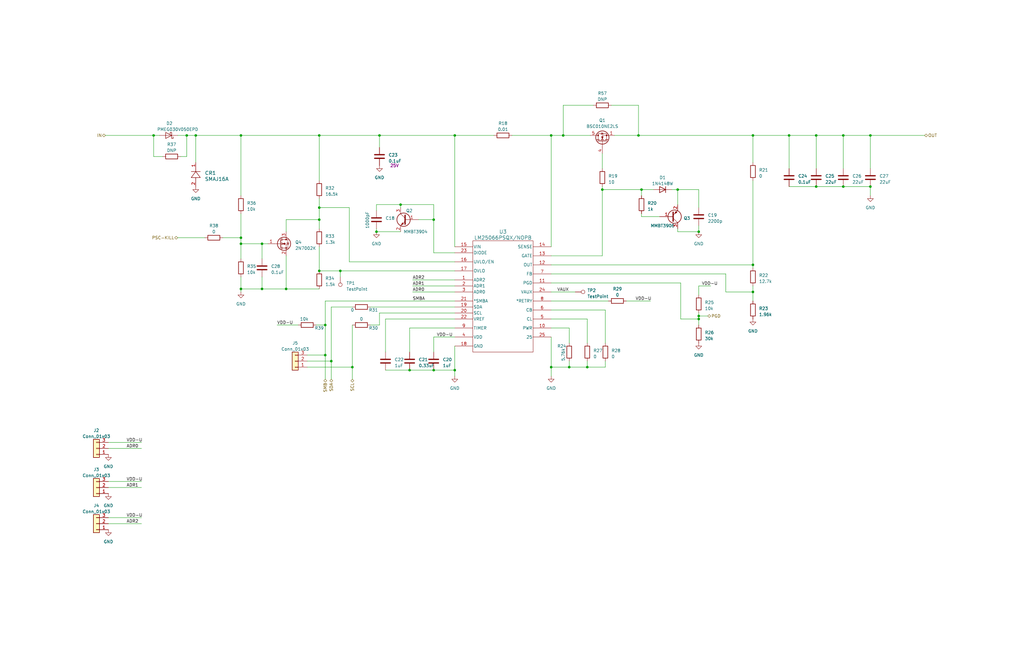
<source format=kicad_sch>
(kicad_sch (version 20231120) (generator "eeschema") (generator_version "8.0")
  (paper "B")
  (title_block (title "RP-PSC-FIXTURE") (date "2024-05-28") (rev "0") (company "TB4L") (comment 1 "hoangp@") (comment 2 "Confidential"))
  (lib_symbols
    (symbol "Connector:TestPoint" (pin_numbers hide) (pin_names (offset 0.762) hide)
      (property "Reference" "TP" (at 0 6.858 0))
      (property "Value" "TestPoint" (at 0 5.08 0))
      (symbol "TestPoint_0_1"
        (circle (center 0 3.302) (radius 0.762))
      )
      (symbol "TestPoint_1_1"
        (pin passive line (at 0 0 90) (length 2.54) (name "1") (number "1"))
      )
    )
    (symbol "Connector_Generic:Conn_01x03" (pin_names (offset 1.016) hide)
      (property "Reference" "J" (at 0 5.08 0))
      (property "Value" "Conn_01x03" (at 0 -5.08 0))
      (symbol "Conn_01x03_1_1"
        (rectangle (start -1.27 -2.413) (end 0 -2.667) (stroke (width 0.1524)))
        (rectangle (start -1.27 0.127) (end 0 -0.127) (stroke (width 0.1524)))
        (rectangle (start -1.27 2.667) (end 0 2.413) (stroke (width 0.1524)))
        (rectangle (start -1.27 3.81) (end 1.27 -3.81) (stroke (width 0.254)) (fill (type background)))
        (pin passive line (at -5.08 2.54 0) (length 3.81) (name "Pin_1") (number "1"))
        (pin passive line (at -5.08 0 0) (length 3.81) (name "Pin_2") (number "2"))
        (pin passive line (at -5.08 -2.54 0) (length 3.81) (name "Pin_3") (number "3"))
      )
    )
    (symbol "Device:C" (pin_numbers hide) (pin_names (offset 0.254))
      (property "Reference" "C" (at 0.635 2.54 0))
      (property "Value" "C" (at 0.635 -2.54 0))
      (symbol "C_0_1"
        (polyline (pts (xy -2.032 -0.762) (xy 2.032 -0.762)) (stroke (width 0.508)))
        (polyline (pts (xy -2.032 0.762) (xy 2.032 0.762)) (stroke (width 0.508)))
      )
      (symbol "C_1_1"
        (pin passive line (at 0 3.81 270) (length 2.794) (name "~") (number "1"))
        (pin passive line (at 0 -3.81 90) (length 2.794) (name "~") (number "2"))
      )
    )
    (symbol "Device:R" (pin_numbers hide) (pin_names (offset 0))
      (property "Reference" "R" (at 2.032 0 90))
      (property "Value" "R" (at 0 0 90))
      (symbol "R_0_1"
        (rectangle (start -1.016 -2.54) (end 1.016 2.54) (stroke (width 0.254)))
      )
      (symbol "R_1_1"
        (pin passive line (at 0 3.81 270) (length 1.27) (name "~") (number "1"))
        (pin passive line (at 0 -3.81 90) (length 1.27) (name "~") (number "2"))
      )
    )
    (symbol "Diode:1N4148W" (pin_numbers hide) (pin_names hide)
      (property "Reference" "D" (at 0 2.54 0))
      (property "Value" "1N4148W" (at 0 -2.54 0))
      (symbol "1N4148W_0_1"
        (polyline (pts (xy -1.27 1.27) (xy -1.27 -1.27)) (stroke (width 0.254)))
        (polyline (pts (xy 1.27 0) (xy -1.27 0)))
        (polyline (pts (xy 1.27 1.27) (xy 1.27 -1.27) (xy -1.27 0) (xy 1.27 1.27)) (stroke (width 0.254)))
      )
      (symbol "1N4148W_1_1"
        (pin passive line (at -3.81 0 0) (length 2.54) (name "K") (number "1"))
        (pin passive line (at 3.81 0 180) (length 2.54) (name "A") (number "2"))
      )
    )
    (symbol "Diode:PMEG030V050EPD" (pin_numbers hide) (pin_names hide)
      (property "Reference" "D" (at 0 2.54 0))
      (property "Value" "PMEG030V050EPD" (at 0 -2.54 0))
      (symbol "PMEG030V050EPD_0_1"
        (polyline (pts (xy 1.27 0) (xy -1.27 0)))
        (polyline (pts (xy 1.27 1.27) (xy 1.27 -1.27) (xy -1.27 0) (xy 1.27 1.27)) (stroke (width 0.2032)))
        (polyline (pts (xy -1.905 0.635) (xy -1.905 1.27) (xy -1.27 1.27) (xy -1.27 -1.27) (xy -0.635 -1.27) (xy -0.635 -0.635)) (stroke (width 0.2032)))
      )
      (symbol "PMEG030V050EPD_1_1"
        (pin passive line (at 3.81 0 180) (length 2.54) (name "A") (number "1"))
        (pin passive line (at 3.81 0 180) (length 2.54) hide (name "A") (number "2"))
        (pin passive line (at -3.81 0 0) (length 2.54) (name "K") (number "3"))
      )
    )
    (symbol "Transistor_BJT:MMBT3904" (pin_names (offset 0) hide)
      (property "Reference" "Q" (at 5.08 1.905 0))
      (property "Value" "MMBT3904" (at 5.08 0 0))
      (symbol "MMBT3904_0_1"
        (polyline (pts (xy 0.635 0.635) (xy 2.54 2.54)))
        (polyline (pts (xy 0.635 -0.635) (xy 2.54 -2.54) (xy 2.54 -2.54)))
        (polyline (pts (xy 0.635 1.905) (xy 0.635 -1.905) (xy 0.635 -1.905)) (stroke (width 0.508)))
        (polyline (pts (xy 1.27 -1.778) (xy 1.778 -1.27) (xy 2.286 -2.286) (xy 1.27 -1.778) (xy 1.27 -1.778)) (fill (type outline)))
        (circle (center 1.27 0) (radius 2.8194) (stroke (width 0.254)))
      )
      (symbol "MMBT3904_1_1"
        (pin input line (at -5.08 0 0) (length 5.715) (name "B") (number "1"))
        (pin passive line (at 2.54 -5.08 90) (length 2.54) (name "E") (number "2"))
        (pin passive line (at 2.54 5.08 270) (length 2.54) (name "C") (number "3"))
      )
    )
    (symbol "Transistor_BJT:MMBT3906" (pin_names (offset 0) hide)
      (property "Reference" "Q" (at 5.08 1.905 0))
      (property "Value" "MMBT3906" (at 5.08 0 0))
      (symbol "MMBT3906_0_1"
        (polyline (pts (xy 0.635 0.635) (xy 2.54 2.54)))
        (polyline (pts (xy 0.635 -0.635) (xy 2.54 -2.54) (xy 2.54 -2.54)))
        (polyline (pts (xy 0.635 1.905) (xy 0.635 -1.905) (xy 0.635 -1.905)) (stroke (width 0.508)))
        (polyline (pts (xy 2.286 -1.778) (xy 1.778 -2.286) (xy 1.27 -1.27) (xy 2.286 -1.778) (xy 2.286 -1.778)) (fill (type outline)))
        (circle (center 1.27 0) (radius 2.8194) (stroke (width 0.254)))
      )
      (symbol "MMBT3906_1_1"
        (pin input line (at -5.08 0 0) (length 5.715) (name "B") (number "1"))
        (pin passive line (at 2.54 -5.08 90) (length 2.54) (name "E") (number "2"))
        (pin passive line (at 2.54 5.08 270) (length 2.54) (name "C") (number "3"))
      )
    )
    (symbol "Transistor_FET:2N7002K" (pin_names hide)
      (property "Reference" "Q" (at 5.08 1.905 0))
      (property "Value" "2N7002K" (at 5.08 0 0))
      (symbol "2N7002K_0_1"
        (polyline (pts (xy 0.254 0) (xy -2.54 0)))
        (polyline (pts (xy 0.254 1.905) (xy 0.254 -1.905)) (stroke (width 0.254)))
        (polyline (pts (xy 0.762 -1.27) (xy 0.762 -2.286)) (stroke (width 0.254)))
        (polyline (pts (xy 0.762 0.508) (xy 0.762 -0.508)) (stroke (width 0.254)))
        (polyline (pts (xy 0.762 2.286) (xy 0.762 1.27)) (stroke (width 0.254)))
        (polyline (pts (xy 2.54 2.54) (xy 2.54 1.778)))
        (polyline (pts (xy 2.54 -2.54) (xy 2.54 0) (xy 0.762 0)))
        (polyline (pts (xy 0.762 -1.778) (xy 3.302 -1.778) (xy 3.302 1.778) (xy 0.762 1.778)))
        (polyline (pts (xy 1.016 0) (xy 2.032 0.381) (xy 2.032 -0.381) (xy 1.016 0)) (fill (type outline)))
        (polyline (pts (xy 2.794 0.508) (xy 2.921 0.381) (xy 3.683 0.381) (xy 3.81 0.254)))
        (polyline (pts (xy 3.302 0.381) (xy 2.921 -0.254) (xy 3.683 -0.254) (xy 3.302 0.381)))
        (circle (center 1.651 0) (radius 2.794) (stroke (width 0.254)))
        (circle (center 2.54 -1.778) (radius 0.254) (fill (type outline)))
        (circle (center 2.54 1.778) (radius 0.254) (fill (type outline)))
      )
      (symbol "2N7002K_1_1"
        (pin input line (at -5.08 0 0) (length 2.54) (name "G") (number "1"))
        (pin passive line (at 2.54 -5.08 90) (length 2.54) (name "S") (number "2"))
        (pin passive line (at 2.54 5.08 270) (length 2.54) (name "D") (number "3"))
      )
    )
    (symbol "Transistor_FET:BSC028N06LS3" (pin_names hide)
      (property "Reference" "Q" (at 5.08 1.905 0))
      (property "Value" "BSC028N06LS3" (at 5.08 0 0))
      (symbol "BSC028N06LS3_0_1"
        (polyline (pts (xy 0.254 0) (xy -2.54 0)))
        (polyline (pts (xy 0.254 1.905) (xy 0.254 -1.905)) (stroke (width 0.254)))
        (polyline (pts (xy 0.762 -1.27) (xy 0.762 -2.286)) (stroke (width 0.254)))
        (polyline (pts (xy 0.762 0.508) (xy 0.762 -0.508)) (stroke (width 0.254)))
        (polyline (pts (xy 0.762 2.286) (xy 0.762 1.27)) (stroke (width 0.254)))
        (polyline (pts (xy 2.54 2.54) (xy 2.54 1.778)))
        (polyline (pts (xy 2.54 -2.54) (xy 2.54 0) (xy 0.762 0)))
        (polyline (pts (xy 0.762 -1.778) (xy 3.302 -1.778) (xy 3.302 1.778) (xy 0.762 1.778)))
        (polyline (pts (xy 1.016 0) (xy 2.032 0.381) (xy 2.032 -0.381) (xy 1.016 0)) (fill (type outline)))
        (polyline (pts (xy 2.794 0.508) (xy 2.921 0.381) (xy 3.683 0.381) (xy 3.81 0.254)))
        (polyline (pts (xy 3.302 0.381) (xy 2.921 -0.254) (xy 3.683 -0.254) (xy 3.302 0.381)))
        (circle (center 1.651 0) (radius 2.794) (stroke (width 0.254)))
        (circle (center 2.54 -1.778) (radius 0.254) (fill (type outline)))
        (circle (center 2.54 1.778) (radius 0.254) (fill (type outline)))
      )
      (symbol "BSC028N06LS3_1_1"
        (pin passive line (at 2.54 -5.08 90) (length 2.54) (name "S") (number "1"))
        (pin passive line (at 2.54 -5.08 90) (length 2.54) hide (name "S") (number "2"))
        (pin passive line (at 2.54 -5.08 90) (length 2.54) hide (name "S") (number "3"))
        (pin passive line (at -5.08 0 0) (length 2.54) (name "G") (number "4"))
        (pin passive line (at 2.54 5.08 270) (length 2.54) (name "D") (number "5"))
      )
    )
    (symbol "power:GND" (power) (pin_names (offset 0))
      (property "Value" "GND" (at 0 -3.81 0))
      (symbol "GND_0_1"
        (polyline (pts (xy 0 0) (xy 0 -1.27) (xy 1.27 -1.27) (xy 0 -2.54) (xy -1.27 -1.27) (xy 0 -1.27)))
      )
      (symbol "GND_1_1"
        (pin power_in line (at 0 0 270) (length 0) hide (name "GND") (number "1"))
      )
    )
    (symbol "rp:LM25066PSQX_NOPB" (pin_names (offset 0.254))
      (property "Reference" "U" (at 19.05 7.62 0))
      (property "Value" "LM25066PSQX/NOPB" (at 19.05 -43.18 0))
      (symbol "LM25066PSQX_NOPB_0_1"
        (pin unspecified line (at 0 -10.16 0) (length 7.62) (name "ADR2") (number "1"))
        (pin power_in line (at 40.64 -30.48 180) (length 7.62) (name "PWR") (number "10"))
        (pin power_in line (at 40.64 -11.43 180) (length 7.62) (name "PGD") (number "11"))
        (pin output line (at 40.64 -3.81 180) (length 7.62) (name "OUT") (number "12"))
        (pin output line (at 40.64 0 180) (length 7.62) (name "GATE") (number "13"))
        (pin input line (at 40.64 3.81 180) (length 7.62) (name "SENSE") (number "14"))
        (pin input line (at 0 3.81 0) (length 7.62) (name "VIN") (number "15"))
        (pin unspecified line (at 0 -2.54 0) (length 7.62) (name "UVLO/EN") (number "16"))
        (pin unspecified line (at 0 -6.35 0) (length 7.62) (name "OVLO") (number "17"))
        (pin power_in line (at 0 -38.1 0) (length 7.62) (name "GND") (number "18"))
        (pin unspecified line (at 0 -21.59 0) (length 7.62) (name "SDA") (number "19"))
        (pin unspecified line (at 0 -12.7 0) (length 7.62) (name "ADR1") (number "2"))
        (pin unspecified line (at 0 -24.13 0) (length 7.62) (name "SCL") (number "20"))
        (pin unspecified line (at 0 -19.05 0) (length 7.62) (name "*SMBA") (number "21"))
        (pin power_in line (at 0 -26.67 0) (length 7.62) (name "VREF") (number "22"))
        (pin unspecified line (at 0 1.27 0) (length 7.62) (name "DIODE") (number "23"))
        (pin input line (at 40.64 -15.24 180) (length 7.62) (name "VAUX") (number "24"))
        (pin unspecified line (at 40.64 -34.29 180) (length 7.62) (name "25") (number "25"))
        (pin unspecified line (at 0 -15.24 0) (length 7.62) (name "ADR0") (number "3"))
        (pin power_in line (at 0 -34.29 0) (length 7.62) (name "VDD") (number "4"))
        (pin unspecified line (at 40.64 -26.67 180) (length 7.62) (name "CL") (number "5"))
        (pin unspecified line (at 40.64 -22.86 180) (length 7.62) (name "CB") (number "6"))
        (pin power_in line (at 40.64 -7.62 180) (length 7.62) (name "FB") (number "7"))
        (pin input line (at 40.64 -19.05 180) (length 7.62) (name "*RETRY") (number "8"))
        (pin unspecified line (at 0 -30.48 0) (length 7.62) (name "TIMER") (number "9"))
      )
      (symbol "LM25066PSQX_NOPB_1_1"
        (rectangle (start 7.62 6.35) (end 33.02 -40.64))
      )
    )
    (symbol "rp:SMAJ16A" (pin_names (offset 0.254))
      (property "Reference" "CR" (at 5.08 4.445 0))
      (property "Value" "SMAJ16A" (at 5.08 -3.81 0))
      (symbol "SMAJ16A_1_1"
        (polyline (pts (xy 2.54 0) (xy 3.4798 0)) (stroke (width 0.2032)))
        (polyline (pts (xy 3.175 0) (xy 3.81 0)) (stroke (width 0.2032)))
        (polyline (pts (xy 3.81 -1.905) (xy 6.35 0)) (stroke (width 0.2032)))
        (polyline (pts (xy 3.81 1.905) (xy 3.81 -1.905)) (stroke (width 0.2032)))
        (polyline (pts (xy 6.35 -1.905) (xy 6.35 1.905)) (stroke (width 0.2032)))
        (polyline (pts (xy 6.35 0) (xy 3.81 1.905)) (stroke (width 0.2032)))
        (polyline (pts (xy 6.35 0) (xy 7.62 0)) (stroke (width 0.2032)))
        (pin unspecified line (at 10.16 0 180) (length 2.54) (name "") (number "1"))
        (pin unspecified line (at 0 0 0) (length 2.54) (name "") (number "2"))
      )
      (symbol "SMAJ16A_1_2"
        (polyline (pts (xy -1.905 3.81) (xy 1.905 3.81)) (stroke (width 0.2032)))
        (polyline (pts (xy 0 2.54) (xy 0 3.4798)) (stroke (width 0.2032)))
        (polyline (pts (xy 0 3.175) (xy 0 3.81)) (stroke (width 0.2032)))
        (polyline (pts (xy 0 6.35) (xy -1.905 3.81)) (stroke (width 0.2032)))
        (polyline (pts (xy 0 6.35) (xy 0 7.62)) (stroke (width 0.2032)))
        (polyline (pts (xy 1.905 3.81) (xy 0 6.35)) (stroke (width 0.2032)))
        (polyline (pts (xy 1.905 6.35) (xy -1.905 6.35)) (stroke (width 0.2032)))
        (pin unspecified line (at 0 10.16 270) (length 2.54) (name "") (number "1"))
        (pin unspecified line (at 0 0 90) (length 2.54) (name "") (number "2"))
      )
    )
  )
  (junction (at 294.64 97.79))
  (junction (at 168.91 86.36))
  (junction (at 172.72 156.21))
  (junction (at 64.77 57.15))
  (junction (at 134.62 87.63))
  (junction (at 143.51 114.3))
  (junction (at 294.64 133.35))
  (junction (at 120.65 121.92))
  (junction (at 82.55 57.15))
  (junction (at 137.16 149.86))
  (junction (at 367.03 57.15))
  (junction (at 110.49 102.87))
  (junction (at 101.6 57.15))
  (junction (at 137.16 137.16))
  (junction (at 232.41 154.94))
  (junction (at 344.17 78.74))
  (junction (at 78.74 57.15))
  (junction (at 285.75 80.01))
  (junction (at 148.59 154.94))
  (junction (at 247.65 154.94))
  (junction (at 232.41 57.15))
  (junction (at 191.77 156.21))
  (junction (at 110.49 121.92))
  (junction (at 101.6 102.87))
  (junction (at 139.7 152.4))
  (junction (at 134.62 57.15))
  (junction (at 317.5 123.19))
  (junction (at 158.75 97.79))
  (junction (at 182.88 156.21))
  (junction (at 134.62 92.71))
  (junction (at 160.02 57.15))
  (junction (at 355.6 78.74))
  (junction (at 254 80.01))
  (junction (at 332.74 57.15))
  (junction (at 237.49 57.15))
  (junction (at 355.6 57.15))
  (junction (at 134.62 114.3))
  (junction (at 269.24 57.15))
  (junction (at 182.88 92.71))
  (junction (at 317.5 57.15))
  (junction (at 101.6 121.92))
  (junction (at 344.17 57.15))
  (junction (at 240.03 154.94))
  (junction (at 270.51 80.01))
  (junction (at 294.64 134.62))
  (junction (at 367.03 78.74))
  (junction (at 101.6 100.33))
  (junction (at 317.5 111.76))
  (junction (at 191.77 57.15))
  (wire (pts (xy 367.03 82.55) (xy 367.03 78.74)))
  (wire (pts (xy 101.6 102.87) (xy 101.6 100.33)))
  (wire (pts (xy 287.02 119.38) (xy 287.02 134.62)))
  (wire (pts (xy 173.99 120.65) (xy 191.77 120.65)))
  (wire (pts (xy 137.16 137.16) (xy 137.16 149.86)))
  (wire (pts (xy 275.59 80.01) (xy 270.51 80.01)))
  (wire (pts (xy 191.77 138.43) (xy 172.72 138.43)))
  (wire (pts (xy 116.84 137.16) (xy 125.73 137.16)))
  (wire (pts (xy 317.5 113.03) (xy 317.5 111.76)))
  (wire (pts (xy 232.41 119.38) (xy 287.02 119.38)))
  (wire (pts (xy 367.03 71.12) (xy 367.03 57.15)))
  (wire (pts (xy 137.16 149.86) (xy 129.54 149.86)))
  (wire (pts (xy 215.9 57.15) (xy 232.41 57.15)))
  (wire (pts (xy 247.65 154.94) (xy 240.03 154.94)))
  (wire (pts (xy 137.16 127) (xy 191.77 127)))
  (wire (pts (xy 101.6 109.22) (xy 101.6 102.87)))
  (wire (pts (xy 355.6 78.74) (xy 367.03 78.74)))
  (wire (pts (xy 44.45 57.15) (xy 64.77 57.15)))
  (wire (pts (xy 134.62 76.2) (xy 134.62 57.15)))
  (wire (pts (xy 45.72 205.74) (xy 59.69 205.74)))
  (wire (pts (xy 344.17 57.15) (xy 355.6 57.15)))
  (wire (pts (xy 168.91 86.36) (xy 168.91 87.63)))
  (wire (pts (xy 232.41 154.94) (xy 232.41 158.75)))
  (wire (pts (xy 298.45 133.35) (xy 294.64 133.35)))
  (wire (pts (xy 139.7 160.02) (xy 139.7 152.4)))
  (wire (pts (xy 148.59 154.94) (xy 129.54 154.94)))
  (wire (pts (xy 182.88 142.24) (xy 182.88 148.59)))
  (wire (pts (xy 283.21 80.01) (xy 285.75 80.01)))
  (wire (pts (xy 270.51 80.01) (xy 270.51 82.55)))
  (wire (pts (xy 232.41 104.14) (xy 232.41 57.15)))
  (wire (pts (xy 158.75 86.36) (xy 168.91 86.36)))
  (wire (pts (xy 255.27 154.94) (xy 247.65 154.94)))
  (wire (pts (xy 158.75 88.9) (xy 158.75 86.36)))
  (wire (pts (xy 191.77 110.49) (xy 147.32 110.49)))
  (wire (pts (xy 172.72 156.21) (xy 182.88 156.21)))
  (wire (pts (xy 120.65 121.92) (xy 110.49 121.92)))
  (wire (pts (xy 147.32 87.63) (xy 134.62 87.63)))
  (wire (pts (xy 78.74 57.15) (xy 82.55 57.15)))
  (wire (pts (xy 232.41 123.19) (xy 242.57 123.19)))
  (wire (pts (xy 101.6 82.55) (xy 101.6 57.15)))
  (wire (pts (xy 182.88 86.36) (xy 168.91 86.36)))
  (wire (pts (xy 45.72 186.69) (xy 59.69 186.69)))
  (wire (pts (xy 120.65 107.95) (xy 120.65 121.92)))
  (wire (pts (xy 182.88 156.21) (xy 191.77 156.21)))
  (wire (pts (xy 93.98 100.33) (xy 101.6 100.33)))
  (wire (pts (xy 269.24 57.15) (xy 317.5 57.15)))
  (wire (pts (xy 168.91 97.79) (xy 158.75 97.79)))
  (wire (pts (xy 259.08 57.15) (xy 269.24 57.15)))
  (wire (pts (xy 294.64 134.62) (xy 294.64 133.35)))
  (wire (pts (xy 232.41 57.15) (xy 237.49 57.15)))
  (wire (pts (xy 191.77 106.68) (xy 182.88 106.68)))
  (wire (pts (xy 240.03 152.4) (xy 240.03 154.94)))
  (wire (pts (xy 158.75 97.79) (xy 158.75 96.52)))
  (wire (pts (xy 278.13 91.44) (xy 270.51 91.44)))
  (wire (pts (xy 247.65 152.4) (xy 247.65 154.94)))
  (wire (pts (xy 240.03 138.43) (xy 240.03 144.78)))
  (wire (pts (xy 332.74 78.74) (xy 344.17 78.74)))
  (wire (pts (xy 250.19 44.45) (xy 237.49 44.45)))
  (wire (pts (xy 306.07 115.57) (xy 306.07 123.19)))
  (wire (pts (xy 287.02 134.62) (xy 294.64 134.62)))
  (wire (pts (xy 191.77 129.54) (xy 156.21 129.54)))
  (wire (pts (xy 134.62 57.15) (xy 160.02 57.15)))
  (wire (pts (xy 139.7 129.54) (xy 148.59 129.54)))
  (wire (pts (xy 162.56 156.21) (xy 172.72 156.21)))
  (wire (pts (xy 110.49 116.84) (xy 110.49 121.92)))
  (wire (pts (xy 332.74 57.15) (xy 344.17 57.15)))
  (wire (pts (xy 306.07 123.19) (xy 317.5 123.19)))
  (wire (pts (xy 160.02 132.08) (xy 160.02 137.16)))
  (wire (pts (xy 355.6 71.12) (xy 355.6 57.15)))
  (wire (pts (xy 285.75 80.01) (xy 294.64 80.01)))
  (wire (pts (xy 137.16 160.02) (xy 137.16 149.86)))
  (wire (pts (xy 160.02 62.23) (xy 160.02 57.15)))
  (wire (pts (xy 148.59 160.02) (xy 148.59 154.94)))
  (wire (pts (xy 344.17 71.12) (xy 344.17 57.15)))
  (wire (pts (xy 134.62 121.92) (xy 120.65 121.92)))
  (wire (pts (xy 255.27 130.81) (xy 255.27 144.78)))
  (wire (pts (xy 270.51 91.44) (xy 270.51 90.17)))
  (wire (pts (xy 173.99 123.19) (xy 191.77 123.19)))
  (wire (pts (xy 232.41 134.62) (xy 247.65 134.62)))
  (wire (pts (xy 74.93 100.33) (xy 86.36 100.33)))
  (wire (pts (xy 294.64 120.65) (xy 299.72 120.65)))
  (wire (pts (xy 191.77 142.24) (xy 182.88 142.24)))
  (wire (pts (xy 173.99 118.11) (xy 191.77 118.11)))
  (wire (pts (xy 160.02 137.16) (xy 156.21 137.16)))
  (wire (pts (xy 237.49 57.15) (xy 248.92 57.15)))
  (wire (pts (xy 45.72 220.98) (xy 59.69 220.98)))
  (wire (pts (xy 191.77 156.21) (xy 191.77 146.05)))
  (wire (pts (xy 317.5 111.76) (xy 317.5 76.2)))
  (wire (pts (xy 162.56 134.62) (xy 162.56 148.59)))
  (wire (pts (xy 237.49 44.45) (xy 237.49 57.15)))
  (wire (pts (xy 317.5 123.19) (xy 317.5 127)))
  (wire (pts (xy 133.35 137.16) (xy 137.16 137.16)))
  (wire (pts (xy 45.72 218.44) (xy 59.69 218.44)))
  (wire (pts (xy 232.41 107.95) (xy 254 107.95)))
  (wire (pts (xy 143.51 114.3) (xy 134.62 114.3)))
  (wire (pts (xy 191.77 132.08) (xy 160.02 132.08)))
  (wire (pts (xy 247.65 134.62) (xy 247.65 144.78)))
  (wire (pts (xy 332.74 71.12) (xy 332.74 57.15)))
  (wire (pts (xy 182.88 106.68) (xy 182.88 92.71)))
  (wire (pts (xy 344.17 78.74) (xy 355.6 78.74)))
  (wire (pts (xy 317.5 120.65) (xy 317.5 123.19)))
  (wire (pts (xy 134.62 87.63) (xy 134.62 92.71)))
  (wire (pts (xy 294.64 80.01) (xy 294.64 87.63)))
  (wire (pts (xy 160.02 57.15) (xy 191.77 57.15)))
  (wire (pts (xy 45.72 203.2) (xy 59.69 203.2)))
  (wire (pts (xy 355.6 57.15) (xy 367.03 57.15)))
  (wire (pts (xy 134.62 104.14) (xy 134.62 114.3)))
  (wire (pts (xy 255.27 152.4) (xy 255.27 154.94)))
  (wire (pts (xy 110.49 109.22) (xy 110.49 102.87)))
  (wire (pts (xy 254 78.74) (xy 254 80.01)))
  (wire (pts (xy 232.41 130.81) (xy 255.27 130.81)))
  (wire (pts (xy 294.64 133.35) (xy 294.64 132.08)))
  (wire (pts (xy 67.31 57.15) (xy 64.77 57.15)))
  (wire (pts (xy 101.6 57.15) (xy 134.62 57.15)))
  (wire (pts (xy 134.62 92.71) (xy 134.62 96.52)))
  (wire (pts (xy 294.64 124.46) (xy 294.64 120.65)))
  (wire (pts (xy 110.49 121.92) (xy 101.6 121.92)))
  (wire (pts (xy 240.03 154.94) (xy 232.41 154.94)))
  (wire (pts (xy 74.93 57.15) (xy 78.74 57.15)))
  (wire (pts (xy 232.41 115.57) (xy 306.07 115.57)))
  (wire (pts (xy 285.75 97.79) (xy 294.64 97.79)))
  (wire (pts (xy 120.65 97.79) (xy 120.65 92.71)))
  (wire (pts (xy 129.54 152.4) (xy 139.7 152.4)))
  (wire (pts (xy 101.6 123.19) (xy 101.6 121.92)))
  (wire (pts (xy 269.24 44.45) (xy 269.24 57.15)))
  (wire (pts (xy 191.77 134.62) (xy 162.56 134.62)))
  (wire (pts (xy 270.51 80.01) (xy 254 80.01)))
  (wire (pts (xy 137.16 127) (xy 137.16 137.16)))
  (wire (pts (xy 191.77 104.14) (xy 191.77 57.15)))
  (wire (pts (xy 110.49 102.87) (xy 101.6 102.87)))
  (wire (pts (xy 367.03 57.15) (xy 389.89 57.15)))
  (wire (pts (xy 134.62 87.63) (xy 134.62 83.82)))
  (wire (pts (xy 147.32 110.49) (xy 147.32 87.63)))
  (wire (pts (xy 191.77 158.75) (xy 191.77 156.21)))
  (wire (pts (xy 232.41 111.76) (xy 317.5 111.76)))
  (wire (pts (xy 64.77 66.04) (xy 64.77 57.15)))
  (wire (pts (xy 82.55 68.58) (xy 82.55 57.15)))
  (wire (pts (xy 264.16 127) (xy 274.32 127)))
  (wire (pts (xy 232.41 127) (xy 256.54 127)))
  (wire (pts (xy 120.65 92.71) (xy 134.62 92.71)))
  (wire (pts (xy 285.75 86.36) (xy 285.75 80.01)))
  (wire (pts (xy 45.72 189.23) (xy 59.69 189.23)))
  (wire (pts (xy 148.59 137.16) (xy 148.59 154.94)))
  (wire (pts (xy 254 64.77) (xy 254 71.12)))
  (wire (pts (xy 317.5 57.15) (xy 332.74 57.15)))
  (wire (pts (xy 143.51 116.84) (xy 143.51 114.3)))
  (wire (pts (xy 191.77 57.15) (xy 208.28 57.15)))
  (wire (pts (xy 172.72 138.43) (xy 172.72 148.59)))
  (wire (pts (xy 101.6 121.92) (xy 101.6 116.84)))
  (wire (pts (xy 101.6 100.33) (xy 101.6 90.17)))
  (wire (pts (xy 294.64 137.16) (xy 294.64 134.62)))
  (wire (pts (xy 317.5 68.58) (xy 317.5 57.15)))
  (wire (pts (xy 182.88 92.71) (xy 182.88 86.36)))
  (wire (pts (xy 257.81 44.45) (xy 269.24 44.45)))
  (wire (pts (xy 232.41 142.24) (xy 232.41 154.94)))
  (wire (pts (xy 294.64 97.79) (xy 294.64 95.25)))
  (wire (pts (xy 254 80.01) (xy 254 107.95)))
  (wire (pts (xy 191.77 114.3) (xy 143.51 114.3)))
  (wire (pts (xy 68.58 66.04) (xy 64.77 66.04)))
  (wire (pts (xy 113.03 102.87) (xy 110.49 102.87)))
  (wire (pts (xy 232.41 138.43) (xy 240.03 138.43)))
  (wire (pts (xy 76.2 66.04) (xy 78.74 66.04)))
  (wire (pts (xy 82.55 57.15) (xy 101.6 57.15)))
  (wire (pts (xy 139.7 152.4) (xy 139.7 129.54)))
  (wire (pts (xy 78.74 66.04) (xy 78.74 57.15)))
  (wire (pts (xy 285.75 96.52) (xy 285.75 97.79)))
  (wire (pts (xy 176.53 92.71) (xy 182.88 92.71)))
  (label "VDD-U" (at 53.34 203.2 0))
  (label "ADR2" (at 53.34 220.98 0))
  (label "SMBA" (at 173.99 127 0))
  (label "VAUX" (at 234.95 123.19 0))
  (label "ADR2" (at 173.99 118.11 0))
  (label "VDD-U" (at 295.91 120.65 0))
  (label "VDD-U" (at 267.97 127 0))
  (label "VDD-U" (at 53.34 186.69 0))
  (label "ADR1" (at 53.34 205.74 0))
  (label "VDD-U" (at 53.34 218.44 0))
  (label "VDD-U" (at 116.84 137.16 0))
  (label "ADR1" (at 173.99 120.65 0))
  (label "ADR0" (at 53.34 189.23 0))
  (label "ADR0" (at 173.99 123.19 0))
  (label "VDD-U" (at 184.15 142.24 0))
  (hierarchical_label "SCL" (shape bidirectional) (at 148.59 160.02 270))
  (hierarchical_label "SDA" (shape bidirectional) (at 139.7 160.02 270))
  (hierarchical_label "OUT" (shape bidirectional) (at 389.89 57.15 0))
  (hierarchical_label "SMB" (shape bidirectional) (at 137.16 160.02 270))
  (hierarchical_label "IN" (shape bidirectional) (at 44.45 57.15 180))
  (hierarchical_label "PSC-KILL" (shape bidirectional) (at 74.93 100.33 180))
  (hierarchical_label "PGD" (shape bidirectional) (at 298.45 133.35 0))
  (symbol (lib_id "Connector_Generic:Conn_01x03") (at 40.64 205.74 180) (unit 1)
    (property "Reference" "J3" (at 40.64 198.12 0))
    (property "Value" "Conn_01x03" (at 40.64 200.66 0))
    (property "Footprint" "Connector_PinHeader_2.54mm:PinHeader_1x03_P2.54mm_Vertical" (effects (hide yes)))
  )
  (symbol (lib_id "Diode:PMEG030V050EPD") (at 71.12 57.15 180) (unit 1)
    (property "Reference" "D2" (at 71.4375 52.07 0))
    (property "Value" "PMEG030V050EPD" (at 74.93 54.61 0))
    (property "Footprint" "Package_TO_SOT_SMD:Nexperia_CFP15_SOT-1289" (effects (hide yes)))
    (property "Datasheet" "https://assets.nexperia.com/documents/data-sheet/PMEG030V050EPD.pdf" (effects (hide yes)))
  )
  (symbol (lib_id "Connector_Generic:Conn_01x03") (at 40.64 189.23 180) (unit 1)
    (property "Reference" "J2" (at 40.64 181.61 0))
    (property "Value" "Conn_01x03" (at 40.64 184.15 0))
    (property "Footprint" "Connector_PinHeader_2.54mm:PinHeader_1x03_P2.54mm_Vertical" (effects (hide yes)))
  )
  (symbol (lib_id "rp:SMAJ16A") (at 82.55 78.74 90) (unit 1)
    (property "Reference" "CR1" (at 86.36 73.025 90) (effects (font (size 1.524 1.524)) (justify right)))
    (property "Value" "SMAJ16A" (at 86.36 75.565 90) (effects (font (size 1.524 1.524)) (justify right)))
    (property "Footprint" "Diode_SMD:DO214AC_LTF" (effects (hide yes)))
    (property "Datasheet" "SMAJ16A" (effects (hide yes)))
  )
  (symbol (lib_id "rp:LM25066PSQX_NOPB") (at 191.77 107.95 0) (unit 1)
    (property "Reference" "U3" (at 212.09 97.79 0) (effects (font (size 1.524 1.524))))
    (property "Value" "LM25066PSQX/NOPB" (at 212.09 100.33 0) (effects (font (size 1.524 1.524))))
    (property "Footprint" "Package_DFN_QFN:SQA24B" (effects (hide yes)))
    (property "Datasheet" "LM25066PSQX/NOPB" (effects (hide yes)))
  )
  (symbol (lib_id "Device:R") (at 72.39 66.04 90) (unit 1)
    (property "Reference" "R37" (at 72.39 60.96 90))
    (property "Value" "DNP" (at 72.39 63.5 90))
    (property "Footprint" "Resistor_SMD:R_1206_3216Metric_Pad1.30x1.75mm_HandSolder" (effects (hide yes)))
  )
  (symbol (lib_id "power:GND") (at 367.03 82.55 0) (unit 1)
    (property "Reference" "#PWR024" (effects (hide yes)))
    (property "Value" "GND" (at 367.03 87.63 0))
  )
  (symbol (lib_id "Connector:TestPoint") (at 242.57 123.19 270) (unit 1)
    (property "Reference" "TP2" (at 247.65 122.555 90) (effects (justify left)))
    (property "Value" "TestPoint" (at 247.65 125.095 90) (effects (justify left)))
    (property "Footprint" "TestPoint:TestPoint_THTPad_D3.0mm_Drill1.5mm" (effects (hide yes)))
  )
  (symbol (lib_id "Device:C") (at 332.74 74.93 0) (unit 1)
    (property "Reference" "C24" (at 336.55 74.295 0) (effects (justify left)))
    (property "Value" "0.1uF" (at 336.55 76.835 0) (effects (justify left)))
    (property "Footprint" "Capacitor_SMD:C_0603_1608Metric_Pad1.08x0.95mm_HandSolder" (effects (hide yes)))
    (property "Voltage" "25V" (effects (hide yes)))
  )
  (symbol (lib_id "Connector_Generic:Conn_01x03") (at 40.64 220.98 180) (unit 1)
    (property "Reference" "J4" (at 40.64 213.36 0))
    (property "Value" "Conn_01x03" (at 40.64 215.9 0))
    (property "Footprint" "Connector_PinHeader_2.54mm:PinHeader_1x03_P2.54mm_Vertical" (effects (hide yes)))
  )
  (symbol (lib_id "Diode:1N4148W") (at 279.4 80.01 180) (unit 1)
    (property "Reference" "D1" (at 279.4 74.93 0))
    (property "Value" "1N4148W" (at 279.4 77.47 0))
    (property "Footprint" "Diode_SMD:D_SOD-123" (effects (hide yes)))
    (property "Datasheet" "https://www.vishay.com/docs/85748/1n4148w.pdf" (effects (hide yes)))
    (property "Sim.Device" "D" (effects (hide yes)))
    (property "Sim.Pins" "1=K 2=A" (effects (hide yes)))
  )
  (symbol (lib_id "power:GND") (at 191.77 158.75 0) (unit 1)
    (property "Reference" "#PWR022" (effects (hide yes)))
    (property "Value" "GND" (at 191.77 163.83 0))
  )
  (symbol (lib_id "power:GND") (at 317.5 134.62 0) (unit 1)
    (property "Reference" "#PWR020" (effects (hide yes)))
    (property "Value" "GND" (at 317.5 139.7 0))
  )
  (symbol (lib_id "Device:R") (at 317.5 72.39 0) (unit 1)
    (property "Reference" "R21" (at 320.04 71.755 0) (effects (justify left)))
    (property "Value" "0" (at 320.04 74.295 0) (effects (justify left)))
    (property "Footprint" "Resistor_SMD:R_0603_1608Metric_Pad0.98x0.95mm_HandSolder" (effects (hide yes)))
  )
  (symbol (lib_id "Device:C") (at 172.72 152.4 0) (unit 1)
    (property "Reference" "C21" (at 176.53 151.765 0) (effects (justify left)))
    (property "Value" "0.33uF" (at 176.53 154.305 0) (effects (justify left)))
    (property "Footprint" "Capacitor_SMD:C_0603_1608Metric_Pad1.08x0.95mm_HandSolder" (effects (hide yes)))
    (property "Voltage" "25V" (effects (hide yes)))
  )
  (symbol (lib_id "Device:C") (at 160.02 66.04 0) (unit 1)
    (property "Reference" "C23" (at 163.83 65.405 0) (effects (justify left)))
    (property "Value" "0.1uF" (at 163.83 67.945 0) (effects (justify left)))
    (property "Footprint" "Capacitor_SMD:C_0603_1608Metric_Pad1.08x0.95mm_HandSolder" (effects (hide yes)))
    (property "Voltage" "25V" (at 166.37 69.85 0))
  )
  (symbol (lib_id "power:GND") (at 45.72 191.77 0) (unit 1)
    (property "Reference" "#PWR028" (effects (hide yes)))
    (property "Value" "GND" (at 45.72 196.85 0))
  )
  (symbol (lib_id "Device:C") (at 294.64 91.44 0) (unit 1)
    (property "Reference" "C19" (at 298.45 90.805 0) (effects (justify left)))
    (property "Value" "2200p" (at 298.45 93.345 0) (effects (justify left)))
    (property "Footprint" "Capacitor_SMD:C_0603_1608Metric_Pad1.08x0.95mm_HandSolder" (effects (hide yes)))
    (property "Voltage" "25V" (effects (hide yes)))
  )
  (symbol (lib_id "Transistor_BJT:MMBT3906") (at 283.21 91.44 0) (mirror x) (unit 1)
    (property "Reference" "Q3" (at 288.29 92.075 0) (effects (justify left)))
    (property "Value" "MMBT3906" (at 274.32 95.25 0) (effects (justify left)))
    (property "Footprint" "Package_TO_SOT_SMD:SOT-23" (effects (hide yes)))
    (property "Datasheet" "https://www.onsemi.com/pub/Collateral/2N3906-D.PDF" (effects (hide yes)))
  )
  (symbol (lib_id "Device:R") (at 317.5 130.81 0) (unit 1)
    (property "Reference" "R23" (at 320.04 130.175 0) (effects (justify left)))
    (property "Value" "1.96k" (at 320.04 132.715 0) (effects (justify left)))
    (property "Footprint" "Resistor_SMD:R_0603_1608Metric_Pad0.98x0.95mm_HandSolder" (effects (hide yes)))
  )
  (symbol (lib_id "power:GND") (at 294.64 97.79 0) (unit 1)
    (property "Reference" "#PWR019" (effects (hide yes)))
    (property "Value" "GND" (at 294.64 102.87 0))
  )
  (symbol (lib_id "Device:R") (at 270.51 86.36 0) (unit 1)
    (property "Reference" "R20" (at 273.05 85.725 0) (effects (justify left)))
    (property "Value" "1k" (at 273.05 88.265 0) (effects (justify left)))
    (property "Footprint" "Resistor_SMD:R_0603_1608Metric_Pad0.98x0.95mm_HandSolder" (effects (hide yes)))
  )
  (symbol (lib_id "power:GND") (at 45.72 223.52 0) (unit 1)
    (property "Reference" "#PWR030" (effects (hide yes)))
    (property "Value" "GND" (at 45.72 228.6 0))
  )
  (symbol (lib_id "Device:R") (at 255.27 148.59 0) (unit 1)
    (property "Reference" "R28" (at 257.81 147.955 0) (effects (justify left)))
    (property "Value" "0" (at 257.81 150.495 0) (effects (justify left)))
    (property "Footprint" "Resistor_SMD:R_0603_1608Metric_Pad0.98x0.95mm_HandSolder" (effects (hide yes)))
  )
  (symbol (lib_id "Device:C") (at 182.88 152.4 0) (unit 1)
    (property "Reference" "C20" (at 186.69 151.765 0) (effects (justify left)))
    (property "Value" "1uF" (at 186.69 154.305 0) (effects (justify left)))
    (property "Footprint" "Capacitor_SMD:C_0603_1608Metric_Pad1.08x0.95mm_HandSolder" (effects (hide yes)))
    (property "Voltage" "25V" (effects (hide yes)))
  )
  (symbol (lib_id "Device:R") (at 134.62 80.01 0) (unit 1)
    (property "Reference" "R32" (at 137.16 79.375 0) (effects (justify left)))
    (property "Value" "16.5k" (at 137.16 81.915 0) (effects (justify left)))
    (property "Footprint" "Resistor_SMD:R_0603_1608Metric_Pad0.98x0.95mm_HandSolder" (effects (hide yes)))
  )
  (symbol (lib_id "Device:R") (at 101.6 113.03 0) (unit 1)
    (property "Reference" "R35" (at 104.14 112.395 0) (effects (justify left)))
    (property "Value" "10k" (at 104.14 114.935 0) (effects (justify left)))
    (property "Footprint" "Resistor_SMD:R_0603_1608Metric_Pad0.98x0.95mm_HandSolder" (effects (hide yes)))
  )
  (symbol (lib_id "Device:R") (at 294.64 140.97 0) (unit 1)
    (property "Reference" "R26" (at 297.18 140.335 0) (effects (justify left)))
    (property "Value" "30k" (at 297.18 142.875 0) (effects (justify left)))
    (property "Footprint" "Resistor_SMD:R_0603_1608Metric_Pad0.98x0.95mm_HandSolder" (effects (hide yes)))
  )
  (symbol (lib_id "power:GND") (at 82.55 78.74 0) (unit 1)
    (property "Reference" "#PWR027" (effects (hide yes)))
    (property "Value" "GND" (at 82.55 83.82 0))
  )
  (symbol (lib_id "Device:C") (at 367.03 74.93 0) (unit 1)
    (property "Reference" "C27" (at 370.84 74.295 0) (effects (justify left)))
    (property "Value" "22uF" (at 370.84 76.835 0) (effects (justify left)))
    (property "Footprint" "Capacitor_SMD:C_0805_2012Metric_Pad1.18x1.45mm_HandSolder" (effects (hide yes)))
    (property "Voltage" "25V" (effects (hide yes)))
  )
  (symbol (lib_id "Device:C") (at 110.49 113.03 0) (unit 1)
    (property "Reference" "C28" (at 114.3 112.395 0) (effects (justify left)))
    (property "Value" "0.1uF" (at 114.3 114.935 0) (effects (justify left)))
    (property "Footprint" "Capacitor_SMD:C_0603_1608Metric_Pad1.08x0.95mm_HandSolder" (effects (hide yes)))
    (property "Voltage" "25V" (effects (hide yes)))
  )
  (symbol (lib_id "Device:R") (at 294.64 128.27 0) (unit 1)
    (property "Reference" "R25" (at 297.18 127.635 0) (effects (justify left)))
    (property "Value" "10k" (at 297.18 130.175 0) (effects (justify left)))
    (property "Footprint" "Resistor_SMD:R_0603_1608Metric_Pad0.98x0.95mm_HandSolder" (effects (hide yes)))
  )
  (symbol (lib_id "power:GND") (at 232.41 158.75 0) (unit 1)
    (property "Reference" "#PWR021" (effects (hide yes)))
    (property "Value" "GND" (at 232.41 163.83 0))
  )
  (symbol (lib_id "Device:R") (at 254 44.45 90) (unit 1)
    (property "Reference" "R57" (at 254 39.37 90))
    (property "Value" "DNP" (at 254 41.91 90))
    (property "Footprint" "Resistor_SMD:R_0805_2012Metric_Pad1.20x1.40mm_HandSolder" (effects (hide yes)))
  )
  (symbol (lib_id "power:GND") (at 101.6 123.19 0) (unit 1)
    (property "Reference" "#PWR026" (effects (hide yes)))
    (property "Value" "GND" (at 101.6 128.27 0))
  )
  (symbol (lib_id "Device:C") (at 344.17 74.93 0) (unit 1)
    (property "Reference" "C25" (at 347.98 74.295 0) (effects (justify left)))
    (property "Value" "22uF" (at 347.98 76.835 0) (effects (justify left)))
    (property "Footprint" "Capacitor_SMD:C_0805_2012Metric_Pad1.18x1.45mm_HandSolder" (effects (hide yes)))
    (property "Voltage" "25V" (effects (hide yes)))
  )
  (symbol (lib_id "power:GND") (at 160.02 69.85 0) (unit 1)
    (property "Reference" "#PWR023" (effects (hide yes)))
    (property "Value" "GND" (at 160.02 74.93 0))
  )
  (symbol (lib_id "Device:R") (at 129.54 137.16 90) (unit 1)
    (property "Reference" "R39" (at 134.62 138.43 90))
    (property "Value" "10k" (at 128.27 134.62 90))
    (property "Footprint" "Resistor_SMD:R_0603_1608Metric_Pad0.98x0.95mm_HandSolder" (effects (hide yes)))
  )
  (symbol (lib_id "Connector_Generic:Conn_01x03") (at 124.46 152.4 180) (unit 1)
    (property "Reference" "J5" (at 124.46 144.78 0))
    (property "Value" "Conn_01x03" (at 124.46 147.32 0))
    (property "Footprint" "Connector_PinHeader_2.54mm:PinHeader_1x03_P2.54mm_Vertical" (effects (hide yes)))
  )
  (symbol (lib_id "Device:R") (at 240.03 148.59 0) (unit 1)
    (property "Reference" "R24" (at 234.95 146.05 0) (effects (justify left)))
    (property "Value" "5.76k" (at 237.49 152.4 90) (effects (justify left)))
    (property "Footprint" "Resistor_SMD:R_0603_1608Metric_Pad0.98x0.95mm_HandSolder" (effects (hide yes)))
  )
  (symbol (lib_id "power:GND") (at 294.64 144.78 0) (unit 1)
    (property "Reference" "#PWR025" (effects (hide yes)))
    (property "Value" "GND" (at 294.64 149.86 0))
  )
  (symbol (lib_id "Device:R") (at 247.65 148.59 0) (unit 1)
    (property "Reference" "R27" (at 250.19 147.955 0) (effects (justify left)))
    (property "Value" "0" (at 250.19 150.495 0) (effects (justify left)))
    (property "Footprint" "Resistor_SMD:R_0603_1608Metric_Pad0.98x0.95mm_HandSolder" (effects (hide yes)))
  )
  (symbol (lib_id "Device:C") (at 162.56 152.4 0) (unit 1)
    (property "Reference" "C22" (at 166.37 151.765 0) (effects (justify left)))
    (property "Value" "1uF" (at 166.37 154.305 0) (effects (justify left)))
    (property "Footprint" "Capacitor_SMD:C_0603_1608Metric_Pad1.08x0.95mm_HandSolder" (effects (hide yes)))
    (property "Voltage" "25V" (effects (hide yes)))
  )
  (symbol (lib_id "Transistor_FET:BSC028N06LS3") (at 254 59.69 90) (unit 1)
    (property "Reference" "Q1" (at 254 50.8 90))
    (property "Value" "BSC010NE2LS" (at 254 53.34 90))
    (property "Footprint" "Package_TO_SOT_SMD:TDSON-8-1" (effects (hide yes)))
    (property "Datasheet" "http://www.infineon.com/dgdl/Infineon-BSC028N06LS3-DS-v02_02-en.pdf?fileId=db3a30431ddc9372011ebafa4c607f8c" (effects (hide yes)))
  )
  (symbol (lib_id "power:GND") (at 45.72 208.28 0) (unit 1)
    (property "Reference" "#PWR029" (effects (hide yes)))
    (property "Value" "GND" (at 45.72 213.36 0))
  )
  (symbol (lib_id "Device:R") (at 212.09 57.15 90) (unit 1)
    (property "Reference" "R18" (at 212.09 52.07 90))
    (property "Value" "0.01" (at 212.09 54.61 90))
    (property "Footprint" "Resistor_SMD:R_0805_2012Metric_Pad1.20x1.40mm_HandSolder" (effects (hide yes)))
    (property "Power" "0.5W" (effects (hide yes)))
    (property "Tolerance" "1%" (effects (hide yes)))
  )
  (symbol (lib_id "Device:R") (at 317.5 116.84 0) (unit 1)
    (property "Reference" "R22" (at 320.04 116.205 0) (effects (justify left)))
    (property "Value" "12.7k" (at 320.04 118.745 0) (effects (justify left)))
    (property "Footprint" "Resistor_SMD:R_0603_1608Metric_Pad0.98x0.95mm_HandSolder" (effects (hide yes)))
  )
  (symbol (lib_id "Device:C") (at 355.6 74.93 0) (unit 1)
    (property "Reference" "C26" (at 359.41 74.295 0) (effects (justify left)))
    (property "Value" "22uF" (at 359.41 76.835 0) (effects (justify left)))
    (property "Footprint" "Capacitor_SMD:C_0805_2012Metric_Pad1.18x1.45mm_HandSolder" (effects (hide yes)))
    (property "Voltage" "25V" (effects (hide yes)))
  )
  (symbol (lib_id "Transistor_FET:2N7002K") (at 118.11 102.87 0) (unit 1)
    (property "Reference" "Q4" (at 124.46 102.235 0) (effects (justify left)))
    (property "Value" "2N7002K" (at 124.46 104.775 0) (effects (justify left)))
    (property "Footprint" "Package_TO_SOT_SMD:SOT-23" (effects (hide yes)))
    (property "Datasheet" "https://www.diodes.com/assets/Datasheets/ds30896.pdf" (effects (hide yes)))
  )
  (symbol (lib_id "Device:R") (at 152.4 129.54 90) (unit 1)
    (property "Reference" "R31" (at 157.48 130.81 90))
    (property "Value" "0" (at 148.59 130.81 90))
    (property "Footprint" "Resistor_SMD:R_0603_1608Metric_Pad0.98x0.95mm_HandSolder" (effects (hide yes)))
  )
  (symbol (lib_id "Device:R") (at 254 74.93 0) (unit 1)
    (property "Reference" "R19" (at 256.54 74.295 0) (effects (justify left)))
    (property "Value" "10" (at 256.54 76.835 0) (effects (justify left)))
    (property "Footprint" "Resistor_SMD:R_0603_1608Metric_Pad0.98x0.95mm_HandSolder" (effects (hide yes)))
  )
  (symbol (lib_id "Device:R") (at 134.62 100.33 0) (unit 1)
    (property "Reference" "R33" (at 137.16 99.695 0) (effects (justify left)))
    (property "Value" "1.3k" (at 137.16 102.235 0) (effects (justify left)))
    (property "Footprint" "Resistor_SMD:R_0603_1608Metric_Pad0.98x0.95mm_HandSolder" (effects (hide yes)))
  )
  (symbol (lib_id "Connector:TestPoint") (at 143.51 116.84 180) (unit 1)
    (property "Reference" "TP1" (at 146.05 119.507 0) (effects (justify right)))
    (property "Value" "TestPoint" (at 146.05 122.047 0) (effects (justify right)))
    (property "Footprint" "TestPoint:TestPoint_Pad_1.0x1.0mm" (effects (hide yes)))
  )
  (symbol (lib_id "Device:R") (at 101.6 86.36 0) (unit 1)
    (property "Reference" "R36" (at 104.14 85.725 0) (effects (justify left)))
    (property "Value" "10k" (at 104.14 88.265 0) (effects (justify left)))
    (property "Footprint" "Resistor_SMD:R_0603_1608Metric_Pad0.98x0.95mm_HandSolder" (effects (hide yes)))
  )
  (symbol (lib_id "power:GND") (at 158.75 97.79 0) (unit 1)
    (property "Reference" "#PWR018" (effects (hide yes)))
    (property "Value" "GND" (at 158.75 102.87 0))
  )
  (symbol (lib_id "Device:R") (at 134.62 118.11 0) (unit 1)
    (property "Reference" "R34" (at 137.16 117.475 0) (effects (justify left)))
    (property "Value" "1.5k" (at 137.16 120.015 0) (effects (justify left)))
    (property "Footprint" "Resistor_SMD:R_0603_1608Metric_Pad0.98x0.95mm_HandSolder" (effects (hide yes)))
  )
  (symbol (lib_id "Device:C") (at 158.75 92.71 0) (unit 1)
    (property "Reference" "C18" (at 162.56 92.075 0) (effects (justify left)))
    (property "Value" "1000pF" (at 154.94 96.52 90) (effects (justify left)))
    (property "Footprint" "Capacitor_SMD:C_0603_1608Metric_Pad1.08x0.95mm_HandSolder" (effects (hide yes)))
    (property "Voltage" "25V" (effects (hide yes)))
  )
  (symbol (lib_id "Device:R") (at 152.4 137.16 90) (unit 1)
    (property "Reference" "R30" (at 157.48 138.43 90))
    (property "Value" "0" (at 152.4 134.62 90))
    (property "Footprint" "Resistor_SMD:R_0603_1608Metric_Pad0.98x0.95mm_HandSolder" (effects (hide yes)))
  )
  (symbol (lib_id "Transistor_BJT:MMBT3904") (at 171.45 92.71 0) (mirror y) (unit 1)
    (property "Reference" "Q2" (at 173.99 88.9 0) (effects (justify left)))
    (property "Value" "MMBT3904" (at 180.34 97.79 0) (effects (justify left)))
    (property "Footprint" "Package_TO_SOT_SMD:SOT-23" (effects (hide yes)))
    (property "Datasheet" "https://www.onsemi.com/pub/Collateral/2N3903-D.PDF" (effects (hide yes)))
  )
  (symbol (lib_id "Device:R") (at 90.17 100.33 90) (unit 1)
    (property "Reference" "R38" (at 90.17 95.25 90))
    (property "Value" "0" (at 90.17 97.79 90))
    (property "Footprint" "Resistor_SMD:R_0603_1608Metric_Pad0.98x0.95mm_HandSolder" (effects (hide yes)))
  )
  (symbol (lib_id "Device:R") (at 260.35 127 90) (unit 1)
    (property "Reference" "R29" (at 260.35 121.92 90))
    (property "Value" "0" (at 260.35 124.46 90))
    (property "Footprint" "Resistor_SMD:R_0603_1608Metric_Pad0.98x0.95mm_HandSolder" (effects (hide yes)))
  )
)
</source>
